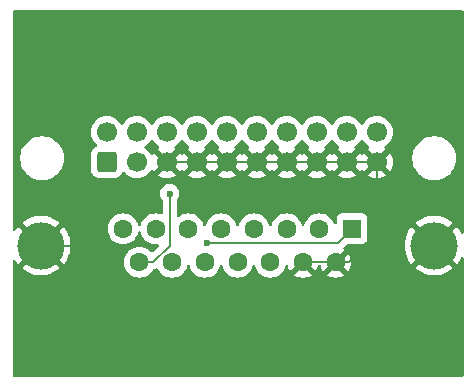
<source format=gbl>
G04 #@! TF.GenerationSoftware,KiCad,Pcbnew,8.0.5*
G04 #@! TF.CreationDate,2024-10-24T17:48:12+02:00*
G04 #@! TF.ProjectId,parallel_adapter,70617261-6c6c-4656-9c5f-616461707465,rev?*
G04 #@! TF.SameCoordinates,Original*
G04 #@! TF.FileFunction,Copper,L2,Bot*
G04 #@! TF.FilePolarity,Positive*
%FSLAX46Y46*%
G04 Gerber Fmt 4.6, Leading zero omitted, Abs format (unit mm)*
G04 Created by KiCad (PCBNEW 8.0.5) date 2024-10-24 17:48:12*
%MOMM*%
%LPD*%
G01*
G04 APERTURE LIST*
G04 Aperture macros list*
%AMRoundRect*
0 Rectangle with rounded corners*
0 $1 Rounding radius*
0 $2 $3 $4 $5 $6 $7 $8 $9 X,Y pos of 4 corners*
0 Add a 4 corners polygon primitive as box body*
4,1,4,$2,$3,$4,$5,$6,$7,$8,$9,$2,$3,0*
0 Add four circle primitives for the rounded corners*
1,1,$1+$1,$2,$3*
1,1,$1+$1,$4,$5*
1,1,$1+$1,$6,$7*
1,1,$1+$1,$8,$9*
0 Add four rect primitives between the rounded corners*
20,1,$1+$1,$2,$3,$4,$5,0*
20,1,$1+$1,$4,$5,$6,$7,0*
20,1,$1+$1,$6,$7,$8,$9,0*
20,1,$1+$1,$8,$9,$2,$3,0*%
G04 Aperture macros list end*
G04 #@! TA.AperFunction,ComponentPad*
%ADD10RoundRect,0.250000X0.600000X-0.600000X0.600000X0.600000X-0.600000X0.600000X-0.600000X-0.600000X0*%
G04 #@! TD*
G04 #@! TA.AperFunction,ComponentPad*
%ADD11C,1.700000*%
G04 #@! TD*
G04 #@! TA.AperFunction,ComponentPad*
%ADD12C,4.000000*%
G04 #@! TD*
G04 #@! TA.AperFunction,ComponentPad*
%ADD13R,1.600000X1.600000*%
G04 #@! TD*
G04 #@! TA.AperFunction,ComponentPad*
%ADD14C,1.600000*%
G04 #@! TD*
G04 #@! TA.AperFunction,ViaPad*
%ADD15C,0.600000*%
G04 #@! TD*
G04 #@! TA.AperFunction,Conductor*
%ADD16C,0.200000*%
G04 #@! TD*
G04 APERTURE END LIST*
D10*
X139080000Y-82540000D03*
D11*
X139080000Y-80000000D03*
X141620000Y-82540000D03*
X141620000Y-80000000D03*
X144160000Y-82540000D03*
X144160000Y-80000000D03*
X146700000Y-82540000D03*
X146700000Y-80000000D03*
X149240000Y-82540000D03*
X149240000Y-80000000D03*
X151780000Y-82540000D03*
X151780000Y-80000000D03*
X154320000Y-82540000D03*
X154320000Y-80000000D03*
X156860000Y-82540000D03*
X156860000Y-80000000D03*
X159400000Y-82540000D03*
X159400000Y-80000000D03*
X161940000Y-82540000D03*
X161940000Y-80000000D03*
D12*
X133500000Y-89600000D03*
X166800000Y-89600000D03*
D13*
X159845000Y-88180000D03*
D14*
X157075000Y-88180000D03*
X154305000Y-88180000D03*
X151535000Y-88180000D03*
X148765000Y-88180000D03*
X145995000Y-88180000D03*
X143225000Y-88180000D03*
X140455000Y-88180000D03*
X158460000Y-91020000D03*
X155690000Y-91020000D03*
X152920000Y-91020000D03*
X150150000Y-91020000D03*
X147380000Y-91020000D03*
X144610000Y-91020000D03*
X141840000Y-91020000D03*
D15*
X147600000Y-89400000D03*
X144400000Y-85200000D03*
D16*
X146700000Y-82540000D02*
X149240000Y-82540000D01*
X161940000Y-82540000D02*
X161940000Y-84740000D01*
X144160000Y-82540000D02*
X146700000Y-82540000D01*
X144160000Y-82540000D02*
X137100000Y-89600000D01*
X159591370Y-91020000D02*
X161940000Y-88671370D01*
X155690000Y-91020000D02*
X158460000Y-91020000D01*
X161940000Y-88671370D02*
X161940000Y-82540000D01*
X158460000Y-91020000D02*
X159591370Y-91020000D01*
X137100000Y-89600000D02*
X133500000Y-89600000D01*
X151780000Y-82540000D02*
X154320000Y-82540000D01*
X161940000Y-84740000D02*
X166800000Y-89600000D01*
X159400000Y-82540000D02*
X161940000Y-82540000D01*
X149240000Y-82540000D02*
X151780000Y-82540000D01*
X156860000Y-82540000D02*
X159400000Y-82540000D01*
X154320000Y-82540000D02*
X156860000Y-82540000D01*
X147600000Y-89400000D02*
X158625000Y-89400000D01*
X158625000Y-89400000D02*
X159845000Y-88180000D01*
X142980000Y-91020000D02*
X141840000Y-91020000D01*
X144400000Y-85200000D02*
X144400000Y-89600000D01*
X144400000Y-89600000D02*
X142980000Y-91020000D01*
G04 #@! TA.AperFunction,Conductor*
G36*
X145514855Y-80666546D02*
G01*
X145531575Y-80685842D01*
X145661500Y-80871395D01*
X145661505Y-80871401D01*
X145828599Y-81038495D01*
X146014158Y-81168425D01*
X146014594Y-81168730D01*
X146058218Y-81223307D01*
X146065411Y-81292806D01*
X146033889Y-81355160D01*
X146014593Y-81371880D01*
X145938626Y-81425072D01*
X145938625Y-81425072D01*
X146570590Y-82057037D01*
X146507007Y-82074075D01*
X146392993Y-82139901D01*
X146299901Y-82232993D01*
X146234075Y-82347007D01*
X146217037Y-82410590D01*
X145585072Y-81778625D01*
X145585072Y-81778626D01*
X145531574Y-81855030D01*
X145476998Y-81898655D01*
X145407499Y-81905849D01*
X145345144Y-81874326D01*
X145328424Y-81855030D01*
X145274925Y-81778626D01*
X145274925Y-81778625D01*
X144642962Y-82410589D01*
X144625925Y-82347007D01*
X144560099Y-82232993D01*
X144467007Y-82139901D01*
X144352993Y-82074075D01*
X144289410Y-82057037D01*
X144921373Y-81425073D01*
X144921373Y-81425072D01*
X144845405Y-81371880D01*
X144801780Y-81317304D01*
X144794586Y-81247805D01*
X144826108Y-81185451D01*
X144845399Y-81168734D01*
X145031401Y-81038495D01*
X145198495Y-80871401D01*
X145328425Y-80685842D01*
X145383002Y-80642217D01*
X145452500Y-80635023D01*
X145514855Y-80666546D01*
G37*
G04 #@! TD.AperFunction*
G04 #@! TA.AperFunction,Conductor*
G36*
X148054855Y-80666546D02*
G01*
X148071575Y-80685842D01*
X148201500Y-80871395D01*
X148201505Y-80871401D01*
X148368599Y-81038495D01*
X148554158Y-81168425D01*
X148554594Y-81168730D01*
X148598218Y-81223307D01*
X148605411Y-81292806D01*
X148573889Y-81355160D01*
X148554593Y-81371880D01*
X148478626Y-81425072D01*
X148478625Y-81425072D01*
X149110590Y-82057037D01*
X149047007Y-82074075D01*
X148932993Y-82139901D01*
X148839901Y-82232993D01*
X148774075Y-82347007D01*
X148757037Y-82410590D01*
X148125072Y-81778625D01*
X148125072Y-81778626D01*
X148071574Y-81855030D01*
X148016998Y-81898655D01*
X147947499Y-81905849D01*
X147885144Y-81874326D01*
X147868424Y-81855030D01*
X147814925Y-81778626D01*
X147814925Y-81778625D01*
X147182962Y-82410589D01*
X147165925Y-82347007D01*
X147100099Y-82232993D01*
X147007007Y-82139901D01*
X146892993Y-82074075D01*
X146829410Y-82057037D01*
X147461373Y-81425073D01*
X147461373Y-81425072D01*
X147385405Y-81371880D01*
X147341780Y-81317304D01*
X147334586Y-81247805D01*
X147366108Y-81185451D01*
X147385399Y-81168734D01*
X147571401Y-81038495D01*
X147738495Y-80871401D01*
X147868425Y-80685842D01*
X147923002Y-80642217D01*
X147992500Y-80635023D01*
X148054855Y-80666546D01*
G37*
G04 #@! TD.AperFunction*
G04 #@! TA.AperFunction,Conductor*
G36*
X153134855Y-80666546D02*
G01*
X153151575Y-80685842D01*
X153281500Y-80871395D01*
X153281505Y-80871401D01*
X153448599Y-81038495D01*
X153634158Y-81168425D01*
X153634594Y-81168730D01*
X153678218Y-81223307D01*
X153685411Y-81292806D01*
X153653889Y-81355160D01*
X153634593Y-81371880D01*
X153558626Y-81425072D01*
X153558625Y-81425072D01*
X154190590Y-82057037D01*
X154127007Y-82074075D01*
X154012993Y-82139901D01*
X153919901Y-82232993D01*
X153854075Y-82347007D01*
X153837037Y-82410590D01*
X153205072Y-81778625D01*
X153205072Y-81778626D01*
X153151574Y-81855030D01*
X153096998Y-81898655D01*
X153027499Y-81905849D01*
X152965144Y-81874326D01*
X152948424Y-81855030D01*
X152894925Y-81778626D01*
X152894925Y-81778625D01*
X152262962Y-82410589D01*
X152245925Y-82347007D01*
X152180099Y-82232993D01*
X152087007Y-82139901D01*
X151972993Y-82074075D01*
X151909410Y-82057037D01*
X152541373Y-81425073D01*
X152541373Y-81425072D01*
X152465405Y-81371880D01*
X152421780Y-81317304D01*
X152414586Y-81247805D01*
X152446108Y-81185451D01*
X152465399Y-81168734D01*
X152651401Y-81038495D01*
X152818495Y-80871401D01*
X152948425Y-80685842D01*
X153003002Y-80642217D01*
X153072500Y-80635023D01*
X153134855Y-80666546D01*
G37*
G04 #@! TD.AperFunction*
G04 #@! TA.AperFunction,Conductor*
G36*
X155674855Y-80666546D02*
G01*
X155691575Y-80685842D01*
X155821500Y-80871395D01*
X155821505Y-80871401D01*
X155988599Y-81038495D01*
X156174158Y-81168425D01*
X156174594Y-81168730D01*
X156218218Y-81223307D01*
X156225411Y-81292806D01*
X156193889Y-81355160D01*
X156174593Y-81371880D01*
X156098626Y-81425072D01*
X156098625Y-81425072D01*
X156730590Y-82057037D01*
X156667007Y-82074075D01*
X156552993Y-82139901D01*
X156459901Y-82232993D01*
X156394075Y-82347007D01*
X156377037Y-82410590D01*
X155745072Y-81778625D01*
X155745072Y-81778626D01*
X155691574Y-81855030D01*
X155636998Y-81898655D01*
X155567499Y-81905849D01*
X155505144Y-81874326D01*
X155488424Y-81855030D01*
X155434925Y-81778626D01*
X155434925Y-81778625D01*
X154802962Y-82410589D01*
X154785925Y-82347007D01*
X154720099Y-82232993D01*
X154627007Y-82139901D01*
X154512993Y-82074075D01*
X154449410Y-82057037D01*
X155081373Y-81425073D01*
X155081373Y-81425072D01*
X155005405Y-81371880D01*
X154961780Y-81317304D01*
X154954586Y-81247805D01*
X154986108Y-81185451D01*
X155005399Y-81168734D01*
X155191401Y-81038495D01*
X155358495Y-80871401D01*
X155488425Y-80685842D01*
X155543002Y-80642217D01*
X155612500Y-80635023D01*
X155674855Y-80666546D01*
G37*
G04 #@! TD.AperFunction*
G04 #@! TA.AperFunction,Conductor*
G36*
X160754855Y-80666546D02*
G01*
X160771575Y-80685842D01*
X160901500Y-80871395D01*
X160901505Y-80871401D01*
X161068599Y-81038495D01*
X161254158Y-81168425D01*
X161254594Y-81168730D01*
X161298218Y-81223307D01*
X161305411Y-81292806D01*
X161273889Y-81355160D01*
X161254593Y-81371880D01*
X161178626Y-81425072D01*
X161178625Y-81425072D01*
X161810590Y-82057037D01*
X161747007Y-82074075D01*
X161632993Y-82139901D01*
X161539901Y-82232993D01*
X161474075Y-82347007D01*
X161457037Y-82410590D01*
X160825072Y-81778625D01*
X160825072Y-81778626D01*
X160771574Y-81855030D01*
X160716998Y-81898655D01*
X160647499Y-81905849D01*
X160585144Y-81874326D01*
X160568424Y-81855030D01*
X160514925Y-81778626D01*
X160514925Y-81778625D01*
X159882962Y-82410589D01*
X159865925Y-82347007D01*
X159800099Y-82232993D01*
X159707007Y-82139901D01*
X159592993Y-82074075D01*
X159529410Y-82057037D01*
X160161373Y-81425073D01*
X160161373Y-81425072D01*
X160085405Y-81371880D01*
X160041780Y-81317304D01*
X160034586Y-81247805D01*
X160066108Y-81185451D01*
X160085399Y-81168734D01*
X160271401Y-81038495D01*
X160438495Y-80871401D01*
X160568425Y-80685842D01*
X160623002Y-80642217D01*
X160692500Y-80635023D01*
X160754855Y-80666546D01*
G37*
G04 #@! TD.AperFunction*
G04 #@! TA.AperFunction,Conductor*
G36*
X142974855Y-80666546D02*
G01*
X142991575Y-80685842D01*
X143121500Y-80871395D01*
X143121505Y-80871401D01*
X143288599Y-81038495D01*
X143474158Y-81168425D01*
X143474594Y-81168730D01*
X143518218Y-81223307D01*
X143525411Y-81292806D01*
X143493889Y-81355160D01*
X143474593Y-81371880D01*
X143398626Y-81425072D01*
X143398625Y-81425072D01*
X144030590Y-82057037D01*
X143967007Y-82074075D01*
X143852993Y-82139901D01*
X143759901Y-82232993D01*
X143694075Y-82347007D01*
X143677037Y-82410589D01*
X143045073Y-81778626D01*
X142991881Y-81854594D01*
X142937304Y-81898219D01*
X142867806Y-81905413D01*
X142805451Y-81873891D01*
X142788730Y-81854594D01*
X142658494Y-81668597D01*
X142491402Y-81501506D01*
X142491396Y-81501501D01*
X142305842Y-81371575D01*
X142262217Y-81316998D01*
X142255023Y-81247500D01*
X142286546Y-81185145D01*
X142305842Y-81168425D01*
X142433165Y-81079272D01*
X142491401Y-81038495D01*
X142658495Y-80871401D01*
X142788425Y-80685842D01*
X142843002Y-80642217D01*
X142912500Y-80635023D01*
X142974855Y-80666546D01*
G37*
G04 #@! TD.AperFunction*
G04 #@! TA.AperFunction,Conductor*
G36*
X150594855Y-80666546D02*
G01*
X150611575Y-80685842D01*
X150741500Y-80871395D01*
X150741505Y-80871401D01*
X150908599Y-81038495D01*
X151094158Y-81168425D01*
X151094594Y-81168730D01*
X151138218Y-81223307D01*
X151145411Y-81292806D01*
X151113889Y-81355160D01*
X151094593Y-81371880D01*
X151018626Y-81425072D01*
X151018625Y-81425072D01*
X151650590Y-82057037D01*
X151587007Y-82074075D01*
X151472993Y-82139901D01*
X151379901Y-82232993D01*
X151314075Y-82347007D01*
X151297037Y-82410589D01*
X150665073Y-81778625D01*
X150665072Y-81778626D01*
X150611574Y-81855030D01*
X150556998Y-81898655D01*
X150487499Y-81905849D01*
X150425144Y-81874326D01*
X150408424Y-81855030D01*
X150354925Y-81778626D01*
X150354925Y-81778625D01*
X149722962Y-82410589D01*
X149705925Y-82347007D01*
X149640099Y-82232993D01*
X149547007Y-82139901D01*
X149432993Y-82074075D01*
X149369410Y-82057037D01*
X150001373Y-81425073D01*
X150001373Y-81425072D01*
X149925405Y-81371880D01*
X149881780Y-81317304D01*
X149874586Y-81247805D01*
X149906108Y-81185451D01*
X149925399Y-81168734D01*
X150111401Y-81038495D01*
X150278495Y-80871401D01*
X150408425Y-80685842D01*
X150463002Y-80642217D01*
X150532500Y-80635023D01*
X150594855Y-80666546D01*
G37*
G04 #@! TD.AperFunction*
G04 #@! TA.AperFunction,Conductor*
G36*
X158214855Y-80666546D02*
G01*
X158231575Y-80685842D01*
X158361500Y-80871395D01*
X158361505Y-80871401D01*
X158528599Y-81038495D01*
X158714158Y-81168425D01*
X158714594Y-81168730D01*
X158758218Y-81223307D01*
X158765411Y-81292806D01*
X158733889Y-81355160D01*
X158714593Y-81371880D01*
X158638626Y-81425072D01*
X158638625Y-81425072D01*
X159270590Y-82057037D01*
X159207007Y-82074075D01*
X159092993Y-82139901D01*
X158999901Y-82232993D01*
X158934075Y-82347007D01*
X158917037Y-82410589D01*
X158285073Y-81778625D01*
X158285072Y-81778626D01*
X158231574Y-81855030D01*
X158176998Y-81898655D01*
X158107499Y-81905849D01*
X158045144Y-81874326D01*
X158028424Y-81855030D01*
X157974925Y-81778626D01*
X157974925Y-81778625D01*
X157342962Y-82410589D01*
X157325925Y-82347007D01*
X157260099Y-82232993D01*
X157167007Y-82139901D01*
X157052993Y-82074075D01*
X156989410Y-82057037D01*
X157621373Y-81425073D01*
X157621373Y-81425072D01*
X157545405Y-81371880D01*
X157501780Y-81317304D01*
X157494586Y-81247805D01*
X157526108Y-81185451D01*
X157545399Y-81168734D01*
X157731401Y-81038495D01*
X157898495Y-80871401D01*
X158028425Y-80685842D01*
X158083002Y-80642217D01*
X158152500Y-80635023D01*
X158214855Y-80666546D01*
G37*
G04 #@! TD.AperFunction*
G04 #@! TA.AperFunction,Conductor*
G36*
X169242539Y-69720185D02*
G01*
X169288294Y-69772989D01*
X169299500Y-69824500D01*
X169299500Y-88485377D01*
X169279815Y-88552416D01*
X169227011Y-88598171D01*
X169157853Y-88608115D01*
X169094297Y-88579090D01*
X169063302Y-88538174D01*
X168995100Y-88393238D01*
X168995096Y-88393232D01*
X168826542Y-88127632D01*
X168826539Y-88127628D01*
X168735712Y-88017838D01*
X168094250Y-88659300D01*
X168020412Y-88557670D01*
X167842330Y-88379588D01*
X167740698Y-88305748D01*
X168385027Y-87661419D01*
X168385026Y-87661417D01*
X168142227Y-87485014D01*
X168142209Y-87485003D01*
X167866552Y-87333459D01*
X167866544Y-87333455D01*
X167574073Y-87217659D01*
X167269379Y-87139426D01*
X167269370Y-87139424D01*
X166957298Y-87100000D01*
X166642701Y-87100000D01*
X166330629Y-87139424D01*
X166330620Y-87139426D01*
X166025926Y-87217659D01*
X165733455Y-87333455D01*
X165733447Y-87333459D01*
X165457787Y-87485004D01*
X165457782Y-87485007D01*
X165214972Y-87661418D01*
X165214971Y-87661419D01*
X165859301Y-88305748D01*
X165757670Y-88379588D01*
X165579588Y-88557670D01*
X165505748Y-88659300D01*
X164864286Y-88017838D01*
X164864285Y-88017838D01*
X164773459Y-88127629D01*
X164773457Y-88127632D01*
X164604903Y-88393232D01*
X164604900Y-88393238D01*
X164470965Y-88677862D01*
X164470963Y-88677867D01*
X164373755Y-88977041D01*
X164314808Y-89286050D01*
X164314807Y-89286057D01*
X164295057Y-89599994D01*
X164295057Y-89600005D01*
X164314807Y-89913942D01*
X164314808Y-89913949D01*
X164373755Y-90222958D01*
X164470963Y-90522132D01*
X164470965Y-90522137D01*
X164604900Y-90806761D01*
X164604903Y-90806767D01*
X164773457Y-91072367D01*
X164773460Y-91072371D01*
X164864286Y-91182160D01*
X165505748Y-90540698D01*
X165579588Y-90642330D01*
X165757670Y-90820412D01*
X165859300Y-90894250D01*
X165214971Y-91538579D01*
X165214972Y-91538581D01*
X165457772Y-91714985D01*
X165457790Y-91714996D01*
X165733447Y-91866540D01*
X165733455Y-91866544D01*
X166025926Y-91982340D01*
X166330620Y-92060573D01*
X166330629Y-92060575D01*
X166642701Y-92099999D01*
X166642715Y-92100000D01*
X166957285Y-92100000D01*
X166957298Y-92099999D01*
X167269370Y-92060575D01*
X167269379Y-92060573D01*
X167574073Y-91982340D01*
X167866544Y-91866544D01*
X167866552Y-91866540D01*
X168142209Y-91714996D01*
X168142219Y-91714990D01*
X168385026Y-91538579D01*
X168385027Y-91538579D01*
X167740698Y-90894251D01*
X167842330Y-90820412D01*
X168020412Y-90642330D01*
X168094251Y-90540698D01*
X168735712Y-91182160D01*
X168826544Y-91072364D01*
X168995096Y-90806767D01*
X168995099Y-90806761D01*
X169063302Y-90661825D01*
X169109657Y-90609547D01*
X169176917Y-90590630D01*
X169243727Y-90611079D01*
X169288876Y-90664403D01*
X169299500Y-90714622D01*
X169299500Y-100575500D01*
X169279815Y-100642539D01*
X169227011Y-100688294D01*
X169175500Y-100699500D01*
X131224500Y-100699500D01*
X131157461Y-100679815D01*
X131111706Y-100627011D01*
X131100500Y-100575500D01*
X131100500Y-90911490D01*
X131120185Y-90844451D01*
X131172989Y-90798696D01*
X131242147Y-90788752D01*
X131305703Y-90817777D01*
X131329197Y-90845048D01*
X131473457Y-91072367D01*
X131473460Y-91072371D01*
X131564286Y-91182160D01*
X132205748Y-90540698D01*
X132279588Y-90642330D01*
X132457670Y-90820412D01*
X132559300Y-90894250D01*
X131914971Y-91538579D01*
X131914972Y-91538581D01*
X132157772Y-91714985D01*
X132157790Y-91714996D01*
X132433447Y-91866540D01*
X132433455Y-91866544D01*
X132725926Y-91982340D01*
X133030620Y-92060573D01*
X133030629Y-92060575D01*
X133342701Y-92099999D01*
X133342715Y-92100000D01*
X133657285Y-92100000D01*
X133657298Y-92099999D01*
X133969370Y-92060575D01*
X133969379Y-92060573D01*
X134274073Y-91982340D01*
X134566544Y-91866544D01*
X134566552Y-91866540D01*
X134842209Y-91714996D01*
X134842219Y-91714990D01*
X135085026Y-91538579D01*
X135085027Y-91538579D01*
X134440698Y-90894251D01*
X134542330Y-90820412D01*
X134720412Y-90642330D01*
X134794251Y-90540698D01*
X135435712Y-91182160D01*
X135526544Y-91072364D01*
X135695096Y-90806767D01*
X135695099Y-90806761D01*
X135829034Y-90522137D01*
X135829036Y-90522132D01*
X135926244Y-90222958D01*
X135985191Y-89913949D01*
X135985192Y-89913942D01*
X136004943Y-89600005D01*
X136004943Y-89599994D01*
X135985192Y-89286057D01*
X135985191Y-89286050D01*
X135926244Y-88977041D01*
X135829036Y-88677867D01*
X135829034Y-88677862D01*
X135695099Y-88393238D01*
X135695096Y-88393232D01*
X135559774Y-88179998D01*
X139149532Y-88179998D01*
X139149532Y-88180001D01*
X139169364Y-88406686D01*
X139169366Y-88406697D01*
X139228258Y-88626488D01*
X139228261Y-88626497D01*
X139324431Y-88832732D01*
X139324432Y-88832734D01*
X139454954Y-89019141D01*
X139615858Y-89180045D01*
X139615861Y-89180047D01*
X139802266Y-89310568D01*
X140008504Y-89406739D01*
X140228308Y-89465635D01*
X140390230Y-89479801D01*
X140454998Y-89485468D01*
X140455000Y-89485468D01*
X140455002Y-89485468D01*
X140511807Y-89480498D01*
X140681692Y-89465635D01*
X140901496Y-89406739D01*
X141107734Y-89310568D01*
X141294139Y-89180047D01*
X141455047Y-89019139D01*
X141585568Y-88832734D01*
X141681739Y-88626496D01*
X141720225Y-88482862D01*
X141756590Y-88423202D01*
X141819437Y-88392673D01*
X141888812Y-88400968D01*
X141942690Y-88445453D01*
X141959774Y-88482862D01*
X141965429Y-88503966D01*
X141998258Y-88626488D01*
X141998261Y-88626497D01*
X142094431Y-88832732D01*
X142094432Y-88832734D01*
X142224954Y-89019141D01*
X142385858Y-89180045D01*
X142385861Y-89180047D01*
X142572266Y-89310568D01*
X142778504Y-89406739D01*
X142998308Y-89465635D01*
X143160230Y-89479801D01*
X143224998Y-89485468D01*
X143225000Y-89485468D01*
X143225001Y-89485468D01*
X143249403Y-89483333D01*
X143368122Y-89472946D01*
X143436620Y-89486712D01*
X143486803Y-89535327D01*
X143502737Y-89603356D01*
X143479362Y-89669200D01*
X143466609Y-89684155D01*
X142992656Y-90158107D01*
X142931333Y-90191592D01*
X142861641Y-90186608D01*
X142817294Y-90158107D01*
X142679141Y-90019954D01*
X142492734Y-89889432D01*
X142492732Y-89889431D01*
X142286497Y-89793261D01*
X142286488Y-89793258D01*
X142066697Y-89734366D01*
X142066693Y-89734365D01*
X142066692Y-89734365D01*
X142066691Y-89734364D01*
X142066686Y-89734364D01*
X141840002Y-89714532D01*
X141839998Y-89714532D01*
X141613313Y-89734364D01*
X141613302Y-89734366D01*
X141393511Y-89793258D01*
X141393502Y-89793261D01*
X141187267Y-89889431D01*
X141187265Y-89889432D01*
X141000858Y-90019954D01*
X140839954Y-90180858D01*
X140709432Y-90367265D01*
X140709431Y-90367267D01*
X140613261Y-90573502D01*
X140613258Y-90573511D01*
X140554366Y-90793302D01*
X140554364Y-90793313D01*
X140534532Y-91019998D01*
X140534532Y-91020001D01*
X140554364Y-91246686D01*
X140554366Y-91246697D01*
X140613258Y-91466488D01*
X140613261Y-91466497D01*
X140709431Y-91672732D01*
X140709432Y-91672734D01*
X140839954Y-91859141D01*
X141000858Y-92020045D01*
X141000861Y-92020047D01*
X141187266Y-92150568D01*
X141393504Y-92246739D01*
X141613308Y-92305635D01*
X141775230Y-92319801D01*
X141839998Y-92325468D01*
X141840000Y-92325468D01*
X141840002Y-92325468D01*
X141896673Y-92320509D01*
X142066692Y-92305635D01*
X142286496Y-92246739D01*
X142492734Y-92150568D01*
X142679139Y-92020047D01*
X142840047Y-91859139D01*
X142970568Y-91672734D01*
X142970573Y-91672724D01*
X143025150Y-91629099D01*
X143055964Y-91620908D01*
X143059053Y-91620501D01*
X143059057Y-91620501D01*
X143211785Y-91579577D01*
X143261904Y-91550639D01*
X143271238Y-91545249D01*
X143339133Y-91528775D01*
X143405161Y-91551624D01*
X143445622Y-91600229D01*
X143479432Y-91672734D01*
X143479433Y-91672735D01*
X143609954Y-91859141D01*
X143770858Y-92020045D01*
X143770861Y-92020047D01*
X143957266Y-92150568D01*
X144163504Y-92246739D01*
X144383308Y-92305635D01*
X144545230Y-92319801D01*
X144609998Y-92325468D01*
X144610000Y-92325468D01*
X144610002Y-92325468D01*
X144666673Y-92320509D01*
X144836692Y-92305635D01*
X145056496Y-92246739D01*
X145262734Y-92150568D01*
X145449139Y-92020047D01*
X145610047Y-91859139D01*
X145740568Y-91672734D01*
X145836739Y-91466496D01*
X145875225Y-91322862D01*
X145911590Y-91263202D01*
X145974437Y-91232673D01*
X146043812Y-91240968D01*
X146097690Y-91285453D01*
X146114775Y-91322863D01*
X146153258Y-91466488D01*
X146153261Y-91466497D01*
X146249431Y-91672732D01*
X146249432Y-91672734D01*
X146379954Y-91859141D01*
X146540858Y-92020045D01*
X146540861Y-92020047D01*
X146727266Y-92150568D01*
X146933504Y-92246739D01*
X147153308Y-92305635D01*
X147315230Y-92319801D01*
X147379998Y-92325468D01*
X147380000Y-92325468D01*
X147380002Y-92325468D01*
X147436673Y-92320509D01*
X147606692Y-92305635D01*
X147826496Y-92246739D01*
X148032734Y-92150568D01*
X148219139Y-92020047D01*
X148380047Y-91859139D01*
X148510568Y-91672734D01*
X148606739Y-91466496D01*
X148645225Y-91322862D01*
X148681590Y-91263202D01*
X148744437Y-91232673D01*
X148813812Y-91240968D01*
X148867690Y-91285453D01*
X148884775Y-91322863D01*
X148923258Y-91466488D01*
X148923261Y-91466497D01*
X149019431Y-91672732D01*
X149019432Y-91672734D01*
X149149954Y-91859141D01*
X149310858Y-92020045D01*
X149310861Y-92020047D01*
X149497266Y-92150568D01*
X149703504Y-92246739D01*
X149923308Y-92305635D01*
X150085230Y-92319801D01*
X150149998Y-92325468D01*
X150150000Y-92325468D01*
X150150002Y-92325468D01*
X150206673Y-92320509D01*
X150376692Y-92305635D01*
X150596496Y-92246739D01*
X150802734Y-92150568D01*
X150989139Y-92020047D01*
X151150047Y-91859139D01*
X151280568Y-91672734D01*
X151376739Y-91466496D01*
X151415225Y-91322862D01*
X151451590Y-91263202D01*
X151514437Y-91232673D01*
X151583812Y-91240968D01*
X151637690Y-91285453D01*
X151654775Y-91322863D01*
X151693258Y-91466488D01*
X151693261Y-91466497D01*
X151789431Y-91672732D01*
X151789432Y-91672734D01*
X151919954Y-91859141D01*
X152080858Y-92020045D01*
X152080861Y-92020047D01*
X152267266Y-92150568D01*
X152473504Y-92246739D01*
X152693308Y-92305635D01*
X152855230Y-92319801D01*
X152919998Y-92325468D01*
X152920000Y-92325468D01*
X152920002Y-92325468D01*
X152976673Y-92320509D01*
X153146692Y-92305635D01*
X153366496Y-92246739D01*
X153572734Y-92150568D01*
X153759139Y-92020047D01*
X153920047Y-91859139D01*
X154050568Y-91672734D01*
X154146739Y-91466496D01*
X154185484Y-91321895D01*
X154221847Y-91262238D01*
X154284694Y-91231708D01*
X154354070Y-91240002D01*
X154407948Y-91284487D01*
X154425033Y-91321897D01*
X154463731Y-91466319D01*
X154463735Y-91466331D01*
X154559863Y-91672478D01*
X154610974Y-91745472D01*
X155207037Y-91149409D01*
X155224075Y-91212993D01*
X155289901Y-91327007D01*
X155382993Y-91420099D01*
X155497007Y-91485925D01*
X155560590Y-91502962D01*
X154964526Y-92099025D01*
X155037513Y-92150132D01*
X155037521Y-92150136D01*
X155243668Y-92246264D01*
X155243682Y-92246269D01*
X155463389Y-92305139D01*
X155463400Y-92305141D01*
X155689998Y-92324966D01*
X155690002Y-92324966D01*
X155916599Y-92305141D01*
X155916610Y-92305139D01*
X156136317Y-92246269D01*
X156136331Y-92246264D01*
X156342478Y-92150136D01*
X156415471Y-92099024D01*
X155819409Y-91502962D01*
X155882993Y-91485925D01*
X155997007Y-91420099D01*
X156090099Y-91327007D01*
X156155925Y-91212993D01*
X156172962Y-91149409D01*
X156769024Y-91745471D01*
X156820136Y-91672478D01*
X156916264Y-91466331D01*
X156916269Y-91466317D01*
X156955225Y-91320932D01*
X156991590Y-91261271D01*
X157054437Y-91230742D01*
X157123812Y-91239037D01*
X157177690Y-91283522D01*
X157194775Y-91320932D01*
X157233730Y-91466317D01*
X157233735Y-91466331D01*
X157329863Y-91672478D01*
X157380974Y-91745472D01*
X157977037Y-91149408D01*
X157994075Y-91212993D01*
X158059901Y-91327007D01*
X158152993Y-91420099D01*
X158267007Y-91485925D01*
X158330590Y-91502962D01*
X157734526Y-92099025D01*
X157807513Y-92150132D01*
X157807521Y-92150136D01*
X158013668Y-92246264D01*
X158013682Y-92246269D01*
X158233389Y-92305139D01*
X158233400Y-92305141D01*
X158459998Y-92324966D01*
X158460002Y-92324966D01*
X158686599Y-92305141D01*
X158686610Y-92305139D01*
X158906317Y-92246269D01*
X158906331Y-92246264D01*
X159112478Y-92150136D01*
X159185471Y-92099024D01*
X158589409Y-91502962D01*
X158652993Y-91485925D01*
X158767007Y-91420099D01*
X158860099Y-91327007D01*
X158925925Y-91212993D01*
X158942962Y-91149409D01*
X159539024Y-91745471D01*
X159590136Y-91672478D01*
X159686264Y-91466331D01*
X159686269Y-91466317D01*
X159745139Y-91246610D01*
X159745141Y-91246599D01*
X159764966Y-91020002D01*
X159764966Y-91019997D01*
X159745141Y-90793400D01*
X159745139Y-90793389D01*
X159686269Y-90573682D01*
X159686264Y-90573668D01*
X159590136Y-90367521D01*
X159590132Y-90367513D01*
X159539025Y-90294526D01*
X158942962Y-90890589D01*
X158925925Y-90827007D01*
X158860099Y-90712993D01*
X158767007Y-90619901D01*
X158652993Y-90554075D01*
X158589408Y-90537037D01*
X159185472Y-89940974D01*
X159158181Y-89921865D01*
X159114556Y-89867288D01*
X159107364Y-89797789D01*
X159138886Y-89735435D01*
X159141592Y-89732641D01*
X159357416Y-89516818D01*
X159418739Y-89483333D01*
X159445097Y-89480499D01*
X160692871Y-89480499D01*
X160692872Y-89480499D01*
X160752483Y-89474091D01*
X160887331Y-89423796D01*
X161002546Y-89337546D01*
X161088796Y-89222331D01*
X161139091Y-89087483D01*
X161145500Y-89027873D01*
X161145499Y-87332128D01*
X161139091Y-87272517D01*
X161118630Y-87217659D01*
X161088797Y-87137671D01*
X161088793Y-87137664D01*
X161002547Y-87022455D01*
X161002544Y-87022452D01*
X160887335Y-86936206D01*
X160887328Y-86936202D01*
X160752482Y-86885908D01*
X160752483Y-86885908D01*
X160692883Y-86879501D01*
X160692881Y-86879500D01*
X160692873Y-86879500D01*
X160692864Y-86879500D01*
X158997129Y-86879500D01*
X158997123Y-86879501D01*
X158937516Y-86885908D01*
X158802671Y-86936202D01*
X158802664Y-86936206D01*
X158687455Y-87022452D01*
X158687452Y-87022455D01*
X158601206Y-87137664D01*
X158601202Y-87137671D01*
X158550908Y-87272517D01*
X158544501Y-87332116D01*
X158544501Y-87332123D01*
X158544500Y-87332135D01*
X158544500Y-87697625D01*
X158524815Y-87764664D01*
X158472011Y-87810419D01*
X158402853Y-87820363D01*
X158339297Y-87791338D01*
X158305060Y-87738063D01*
X158303593Y-87738598D01*
X158301738Y-87733502D01*
X158268125Y-87661419D01*
X158205568Y-87527266D01*
X158075047Y-87340861D01*
X158075045Y-87340858D01*
X157914141Y-87179954D01*
X157727734Y-87049432D01*
X157727732Y-87049431D01*
X157521497Y-86953261D01*
X157521488Y-86953258D01*
X157301697Y-86894366D01*
X157301693Y-86894365D01*
X157301692Y-86894365D01*
X157301691Y-86894364D01*
X157301686Y-86894364D01*
X157075002Y-86874532D01*
X157074998Y-86874532D01*
X156848313Y-86894364D01*
X156848302Y-86894366D01*
X156628511Y-86953258D01*
X156628502Y-86953261D01*
X156422267Y-87049431D01*
X156422265Y-87049432D01*
X156235858Y-87179954D01*
X156074954Y-87340858D01*
X155944432Y-87527265D01*
X155944431Y-87527267D01*
X155848261Y-87733502D01*
X155848258Y-87733511D01*
X155809775Y-87877136D01*
X155773410Y-87936797D01*
X155710563Y-87967326D01*
X155641188Y-87959031D01*
X155587310Y-87914546D01*
X155570225Y-87877136D01*
X155531741Y-87733511D01*
X155531738Y-87733502D01*
X155498125Y-87661419D01*
X155435568Y-87527266D01*
X155305047Y-87340861D01*
X155305045Y-87340858D01*
X155144141Y-87179954D01*
X154957734Y-87049432D01*
X154957732Y-87049431D01*
X154751497Y-86953261D01*
X154751488Y-86953258D01*
X154531697Y-86894366D01*
X154531693Y-86894365D01*
X154531692Y-86894365D01*
X154531691Y-86894364D01*
X154531686Y-86894364D01*
X154305002Y-86874532D01*
X154304998Y-86874532D01*
X154078313Y-86894364D01*
X154078302Y-86894366D01*
X153858511Y-86953258D01*
X153858502Y-86953261D01*
X153652267Y-87049431D01*
X153652265Y-87049432D01*
X153465858Y-87179954D01*
X153304954Y-87340858D01*
X153174432Y-87527265D01*
X153174431Y-87527267D01*
X153078261Y-87733502D01*
X153078258Y-87733511D01*
X153039775Y-87877136D01*
X153003410Y-87936797D01*
X152940563Y-87967326D01*
X152871188Y-87959031D01*
X152817310Y-87914546D01*
X152800225Y-87877136D01*
X152761741Y-87733511D01*
X152761738Y-87733502D01*
X152728125Y-87661419D01*
X152665568Y-87527266D01*
X152535047Y-87340861D01*
X152535045Y-87340858D01*
X152374141Y-87179954D01*
X152187734Y-87049432D01*
X152187732Y-87049431D01*
X151981497Y-86953261D01*
X151981488Y-86953258D01*
X151761697Y-86894366D01*
X151761693Y-86894365D01*
X151761692Y-86894365D01*
X151761691Y-86894364D01*
X151761686Y-86894364D01*
X151535002Y-86874532D01*
X151534998Y-86874532D01*
X151308313Y-86894364D01*
X151308302Y-86894366D01*
X151088511Y-86953258D01*
X151088502Y-86953261D01*
X150882267Y-87049431D01*
X150882265Y-87049432D01*
X150695858Y-87179954D01*
X150534954Y-87340858D01*
X150404432Y-87527265D01*
X150404431Y-87527267D01*
X150308261Y-87733502D01*
X150308258Y-87733511D01*
X150269775Y-87877136D01*
X150233410Y-87936797D01*
X150170563Y-87967326D01*
X150101188Y-87959031D01*
X150047310Y-87914546D01*
X150030225Y-87877136D01*
X149991741Y-87733511D01*
X149991738Y-87733502D01*
X149958125Y-87661419D01*
X149895568Y-87527266D01*
X149765047Y-87340861D01*
X149765045Y-87340858D01*
X149604141Y-87179954D01*
X149417734Y-87049432D01*
X149417732Y-87049431D01*
X149211497Y-86953261D01*
X149211488Y-86953258D01*
X148991697Y-86894366D01*
X148991693Y-86894365D01*
X148991692Y-86894365D01*
X148991691Y-86894364D01*
X148991686Y-86894364D01*
X148765002Y-86874532D01*
X148764998Y-86874532D01*
X148538313Y-86894364D01*
X148538302Y-86894366D01*
X148318511Y-86953258D01*
X148318502Y-86953261D01*
X148112267Y-87049431D01*
X148112265Y-87049432D01*
X147925858Y-87179954D01*
X147764954Y-87340858D01*
X147634432Y-87527265D01*
X147634431Y-87527267D01*
X147538261Y-87733502D01*
X147538258Y-87733511D01*
X147499775Y-87877136D01*
X147463410Y-87936797D01*
X147400563Y-87967326D01*
X147331188Y-87959031D01*
X147277310Y-87914546D01*
X147260225Y-87877136D01*
X147221741Y-87733511D01*
X147221738Y-87733502D01*
X147188125Y-87661419D01*
X147125568Y-87527266D01*
X146995047Y-87340861D01*
X146995045Y-87340858D01*
X146834141Y-87179954D01*
X146647734Y-87049432D01*
X146647732Y-87049431D01*
X146441497Y-86953261D01*
X146441488Y-86953258D01*
X146221697Y-86894366D01*
X146221693Y-86894365D01*
X146221692Y-86894365D01*
X146221691Y-86894364D01*
X146221686Y-86894364D01*
X145995002Y-86874532D01*
X145994998Y-86874532D01*
X145768313Y-86894364D01*
X145768302Y-86894366D01*
X145548511Y-86953258D01*
X145548502Y-86953261D01*
X145342267Y-87049431D01*
X145342265Y-87049432D01*
X145195623Y-87152111D01*
X145129416Y-87174439D01*
X145061649Y-87157427D01*
X145013837Y-87106479D01*
X145000500Y-87050536D01*
X145000500Y-85782412D01*
X145020185Y-85715373D01*
X145027555Y-85705097D01*
X145029810Y-85702267D01*
X145029816Y-85702262D01*
X145125789Y-85549522D01*
X145185368Y-85379255D01*
X145205565Y-85200000D01*
X145185368Y-85020745D01*
X145125789Y-84850478D01*
X145029816Y-84697738D01*
X144902262Y-84570184D01*
X144749523Y-84474211D01*
X144579254Y-84414631D01*
X144579249Y-84414630D01*
X144400004Y-84394435D01*
X144399996Y-84394435D01*
X144220750Y-84414630D01*
X144220745Y-84414631D01*
X144050476Y-84474211D01*
X143897737Y-84570184D01*
X143770184Y-84697737D01*
X143674211Y-84850476D01*
X143614631Y-85020745D01*
X143614630Y-85020750D01*
X143594435Y-85199996D01*
X143594435Y-85200003D01*
X143614630Y-85379249D01*
X143614631Y-85379254D01*
X143674211Y-85549523D01*
X143770185Y-85702263D01*
X143772445Y-85705097D01*
X143773334Y-85707275D01*
X143773889Y-85708158D01*
X143773734Y-85708255D01*
X143798855Y-85769783D01*
X143799500Y-85782412D01*
X143799500Y-86825959D01*
X143779815Y-86892998D01*
X143727011Y-86938753D01*
X143657853Y-86948697D01*
X143643407Y-86945734D01*
X143451697Y-86894366D01*
X143451693Y-86894365D01*
X143451692Y-86894365D01*
X143451691Y-86894364D01*
X143451686Y-86894364D01*
X143225002Y-86874532D01*
X143224998Y-86874532D01*
X142998313Y-86894364D01*
X142998302Y-86894366D01*
X142778511Y-86953258D01*
X142778502Y-86953261D01*
X142572267Y-87049431D01*
X142572265Y-87049432D01*
X142385858Y-87179954D01*
X142224954Y-87340858D01*
X142094432Y-87527265D01*
X142094431Y-87527267D01*
X141998261Y-87733502D01*
X141998258Y-87733511D01*
X141959775Y-87877136D01*
X141923410Y-87936797D01*
X141860563Y-87967326D01*
X141791188Y-87959031D01*
X141737310Y-87914546D01*
X141720225Y-87877136D01*
X141681741Y-87733511D01*
X141681738Y-87733502D01*
X141648125Y-87661419D01*
X141585568Y-87527266D01*
X141455047Y-87340861D01*
X141455045Y-87340858D01*
X141294141Y-87179954D01*
X141107734Y-87049432D01*
X141107732Y-87049431D01*
X140901497Y-86953261D01*
X140901488Y-86953258D01*
X140681697Y-86894366D01*
X140681693Y-86894365D01*
X140681692Y-86894365D01*
X140681691Y-86894364D01*
X140681686Y-86894364D01*
X140455002Y-86874532D01*
X140454998Y-86874532D01*
X140228313Y-86894364D01*
X140228302Y-86894366D01*
X140008511Y-86953258D01*
X140008502Y-86953261D01*
X139802267Y-87049431D01*
X139802265Y-87049432D01*
X139615858Y-87179954D01*
X139454954Y-87340858D01*
X139324432Y-87527265D01*
X139324431Y-87527267D01*
X139228261Y-87733502D01*
X139228258Y-87733511D01*
X139169366Y-87953302D01*
X139169364Y-87953313D01*
X139149532Y-88179998D01*
X135559774Y-88179998D01*
X135526542Y-88127632D01*
X135526539Y-88127628D01*
X135435712Y-88017838D01*
X134794250Y-88659300D01*
X134720412Y-88557670D01*
X134542330Y-88379588D01*
X134440698Y-88305748D01*
X135085027Y-87661419D01*
X135085026Y-87661417D01*
X134842227Y-87485014D01*
X134842209Y-87485003D01*
X134566552Y-87333459D01*
X134566544Y-87333455D01*
X134274073Y-87217659D01*
X133969379Y-87139426D01*
X133969370Y-87139424D01*
X133657298Y-87100000D01*
X133342701Y-87100000D01*
X133030629Y-87139424D01*
X133030620Y-87139426D01*
X132725926Y-87217659D01*
X132433455Y-87333455D01*
X132433447Y-87333459D01*
X132157787Y-87485004D01*
X132157782Y-87485007D01*
X131914972Y-87661418D01*
X131914971Y-87661419D01*
X132559301Y-88305748D01*
X132457670Y-88379588D01*
X132279588Y-88557670D01*
X132205748Y-88659300D01*
X131564286Y-88017838D01*
X131564285Y-88017838D01*
X131473459Y-88127629D01*
X131473457Y-88127632D01*
X131329197Y-88354951D01*
X131276655Y-88401007D01*
X131207554Y-88411346D01*
X131143834Y-88382684D01*
X131105724Y-88324123D01*
X131100500Y-88288509D01*
X131100500Y-82078711D01*
X131749500Y-82078711D01*
X131749500Y-82321288D01*
X131781161Y-82561785D01*
X131843947Y-82796104D01*
X131929850Y-83003492D01*
X131936776Y-83020212D01*
X132058064Y-83230289D01*
X132058066Y-83230292D01*
X132058067Y-83230293D01*
X132205733Y-83422736D01*
X132205739Y-83422743D01*
X132377256Y-83594260D01*
X132377262Y-83594265D01*
X132569711Y-83741936D01*
X132779788Y-83863224D01*
X133003900Y-83956054D01*
X133238211Y-84018838D01*
X133418586Y-84042584D01*
X133478711Y-84050500D01*
X133478712Y-84050500D01*
X133721289Y-84050500D01*
X133769388Y-84044167D01*
X133961789Y-84018838D01*
X134196100Y-83956054D01*
X134420212Y-83863224D01*
X134630289Y-83741936D01*
X134822738Y-83594265D01*
X134994265Y-83422738D01*
X135141936Y-83230289D01*
X135263224Y-83020212D01*
X135356054Y-82796100D01*
X135418838Y-82561789D01*
X135450500Y-82321288D01*
X135450500Y-82078712D01*
X135418838Y-81838211D01*
X135356054Y-81603900D01*
X135263224Y-81379788D01*
X135141936Y-81169711D01*
X134994265Y-80977262D01*
X134994260Y-80977256D01*
X134822743Y-80805739D01*
X134822736Y-80805733D01*
X134630293Y-80658067D01*
X134630292Y-80658066D01*
X134630289Y-80658064D01*
X134420212Y-80536776D01*
X134420205Y-80536773D01*
X134196104Y-80443947D01*
X133961785Y-80381161D01*
X133721289Y-80349500D01*
X133721288Y-80349500D01*
X133478712Y-80349500D01*
X133478711Y-80349500D01*
X133238214Y-80381161D01*
X133003895Y-80443947D01*
X132779794Y-80536773D01*
X132779785Y-80536777D01*
X132569706Y-80658067D01*
X132377263Y-80805733D01*
X132377256Y-80805739D01*
X132205739Y-80977256D01*
X132205733Y-80977263D01*
X132058067Y-81169706D01*
X131936777Y-81379785D01*
X131936773Y-81379794D01*
X131843947Y-81603895D01*
X131781161Y-81838214D01*
X131749500Y-82078711D01*
X131100500Y-82078711D01*
X131100500Y-79999999D01*
X137724341Y-79999999D01*
X137724341Y-80000000D01*
X137744936Y-80235403D01*
X137744938Y-80235413D01*
X137806094Y-80463655D01*
X137806096Y-80463659D01*
X137806097Y-80463663D01*
X137840191Y-80536777D01*
X137905965Y-80677830D01*
X137905967Y-80677834D01*
X137995524Y-80805733D01*
X138041505Y-80871401D01*
X138208599Y-81038495D01*
X138208604Y-81038499D01*
X138209968Y-81039643D01*
X138210407Y-81040303D01*
X138212427Y-81042323D01*
X138212021Y-81042728D01*
X138248669Y-81097815D01*
X138249776Y-81167676D01*
X138212937Y-81227046D01*
X138169267Y-81252336D01*
X138160669Y-81255184D01*
X138160663Y-81255187D01*
X138011342Y-81347289D01*
X137887289Y-81471342D01*
X137795187Y-81620663D01*
X137795185Y-81620668D01*
X137778701Y-81670414D01*
X137740001Y-81787203D01*
X137740001Y-81787204D01*
X137740000Y-81787204D01*
X137729500Y-81889983D01*
X137729500Y-83190001D01*
X137729501Y-83190018D01*
X137740000Y-83292796D01*
X137740001Y-83292799D01*
X137783059Y-83422738D01*
X137795186Y-83459334D01*
X137887288Y-83608656D01*
X138011344Y-83732712D01*
X138160666Y-83824814D01*
X138327203Y-83879999D01*
X138429991Y-83890500D01*
X139730008Y-83890499D01*
X139832797Y-83879999D01*
X139999334Y-83824814D01*
X140148656Y-83732712D01*
X140272712Y-83608656D01*
X140364814Y-83459334D01*
X140367662Y-83450738D01*
X140407429Y-83393294D01*
X140471944Y-83366468D01*
X140540720Y-83378779D01*
X140577483Y-83407766D01*
X140577677Y-83407573D01*
X140579313Y-83409209D01*
X140580354Y-83410030D01*
X140581501Y-83411397D01*
X140581505Y-83411401D01*
X140748599Y-83578495D01*
X140791675Y-83608657D01*
X140942165Y-83714032D01*
X140942167Y-83714033D01*
X140942170Y-83714035D01*
X141156337Y-83813903D01*
X141384592Y-83875063D01*
X141561034Y-83890500D01*
X141619999Y-83895659D01*
X141620000Y-83895659D01*
X141620001Y-83895659D01*
X141678966Y-83890500D01*
X141855408Y-83875063D01*
X142083663Y-83813903D01*
X142297830Y-83714035D01*
X142491401Y-83578495D01*
X142658495Y-83411401D01*
X142788732Y-83225403D01*
X142843307Y-83181780D01*
X142912805Y-83174586D01*
X142975160Y-83206109D01*
X142991880Y-83225405D01*
X143045073Y-83301373D01*
X143677037Y-82669409D01*
X143694075Y-82732993D01*
X143759901Y-82847007D01*
X143852993Y-82940099D01*
X143967007Y-83005925D01*
X144030590Y-83022962D01*
X143398625Y-83654925D01*
X143482421Y-83713599D01*
X143696507Y-83813429D01*
X143696516Y-83813433D01*
X143924673Y-83874567D01*
X143924684Y-83874569D01*
X144159998Y-83895157D01*
X144160002Y-83895157D01*
X144395315Y-83874569D01*
X144395326Y-83874567D01*
X144623483Y-83813433D01*
X144623492Y-83813429D01*
X144837578Y-83713600D01*
X144837582Y-83713598D01*
X144921373Y-83654926D01*
X144921373Y-83654925D01*
X144289409Y-83022962D01*
X144352993Y-83005925D01*
X144467007Y-82940099D01*
X144560099Y-82847007D01*
X144625925Y-82732993D01*
X144642962Y-82669410D01*
X145274925Y-83301373D01*
X145328425Y-83224968D01*
X145383002Y-83181344D01*
X145452501Y-83174151D01*
X145514855Y-83205673D01*
X145531576Y-83224969D01*
X145585073Y-83301372D01*
X146217037Y-82669409D01*
X146234075Y-82732993D01*
X146299901Y-82847007D01*
X146392993Y-82940099D01*
X146507007Y-83005925D01*
X146570590Y-83022962D01*
X145938625Y-83654925D01*
X146022421Y-83713599D01*
X146236507Y-83813429D01*
X146236516Y-83813433D01*
X146464673Y-83874567D01*
X146464684Y-83874569D01*
X146699998Y-83895157D01*
X146700002Y-83895157D01*
X146935315Y-83874569D01*
X146935326Y-83874567D01*
X147163483Y-83813433D01*
X147163492Y-83813429D01*
X147377578Y-83713600D01*
X147377582Y-83713598D01*
X147461373Y-83654926D01*
X147461373Y-83654925D01*
X146829409Y-83022962D01*
X146892993Y-83005925D01*
X147007007Y-82940099D01*
X147100099Y-82847007D01*
X147165925Y-82732993D01*
X147182962Y-82669410D01*
X147814925Y-83301373D01*
X147868425Y-83224968D01*
X147923002Y-83181344D01*
X147992501Y-83174151D01*
X148054855Y-83205673D01*
X148071576Y-83224969D01*
X148125073Y-83301372D01*
X148757037Y-82669409D01*
X148774075Y-82732993D01*
X148839901Y-82847007D01*
X148932993Y-82940099D01*
X149047007Y-83005925D01*
X149110590Y-83022962D01*
X148478625Y-83654925D01*
X148562421Y-83713599D01*
X148776507Y-83813429D01*
X148776516Y-83813433D01*
X149004673Y-83874567D01*
X149004684Y-83874569D01*
X149239998Y-83895157D01*
X149240002Y-83895157D01*
X149475315Y-83874569D01*
X149475326Y-83874567D01*
X149703483Y-83813433D01*
X149703492Y-83813429D01*
X149917578Y-83713600D01*
X149917582Y-83713598D01*
X150001373Y-83654926D01*
X150001373Y-83654925D01*
X149369409Y-83022962D01*
X149432993Y-83005925D01*
X149547007Y-82940099D01*
X149640099Y-82847007D01*
X149705925Y-82732993D01*
X149722962Y-82669410D01*
X150354925Y-83301373D01*
X150408425Y-83224968D01*
X150463002Y-83181344D01*
X150532501Y-83174151D01*
X150594855Y-83205673D01*
X150611576Y-83224969D01*
X150665073Y-83301372D01*
X151297037Y-82669409D01*
X151314075Y-82732993D01*
X151379901Y-82847007D01*
X151472993Y-82940099D01*
X151587007Y-83005925D01*
X151650590Y-83022962D01*
X151018625Y-83654925D01*
X151102421Y-83713599D01*
X151316507Y-83813429D01*
X151316516Y-83813433D01*
X151544673Y-83874567D01*
X151544684Y-83874569D01*
X151779998Y-83895157D01*
X151780002Y-83895157D01*
X152015315Y-83874569D01*
X152015326Y-83874567D01*
X152243483Y-83813433D01*
X152243492Y-83813429D01*
X152457578Y-83713600D01*
X152457582Y-83713598D01*
X152541373Y-83654926D01*
X152541373Y-83654925D01*
X151909409Y-83022962D01*
X151972993Y-83005925D01*
X152087007Y-82940099D01*
X152180099Y-82847007D01*
X152245925Y-82732993D01*
X152262962Y-82669410D01*
X152894925Y-83301373D01*
X152948425Y-83224968D01*
X153003002Y-83181344D01*
X153072501Y-83174151D01*
X153134855Y-83205673D01*
X153151576Y-83224969D01*
X153205073Y-83301372D01*
X153837037Y-82669409D01*
X153854075Y-82732993D01*
X153919901Y-82847007D01*
X154012993Y-82940099D01*
X154127007Y-83005925D01*
X154190590Y-83022962D01*
X153558625Y-83654925D01*
X153642421Y-83713599D01*
X153856507Y-83813429D01*
X153856516Y-83813433D01*
X154084673Y-83874567D01*
X154084684Y-83874569D01*
X154319998Y-83895157D01*
X154320002Y-83895157D01*
X154555315Y-83874569D01*
X154555326Y-83874567D01*
X154783483Y-83813433D01*
X154783492Y-83813429D01*
X154997578Y-83713600D01*
X154997582Y-83713598D01*
X155081373Y-83654926D01*
X155081373Y-83654925D01*
X154449409Y-83022962D01*
X154512993Y-83005925D01*
X154627007Y-82940099D01*
X154720099Y-82847007D01*
X154785925Y-82732993D01*
X154802962Y-82669410D01*
X155434925Y-83301373D01*
X155488425Y-83224968D01*
X155543002Y-83181344D01*
X155612501Y-83174151D01*
X155674855Y-83205673D01*
X155691576Y-83224969D01*
X155745073Y-83301372D01*
X156377037Y-82669409D01*
X156394075Y-82732993D01*
X156459901Y-82847007D01*
X156552993Y-82940099D01*
X156667007Y-83005925D01*
X156730590Y-83022962D01*
X156098625Y-83654925D01*
X156182421Y-83713599D01*
X156396507Y-83813429D01*
X156396516Y-83813433D01*
X156624673Y-83874567D01*
X156624684Y-83874569D01*
X156859998Y-83895157D01*
X156860002Y-83895157D01*
X157095315Y-83874569D01*
X157095326Y-83874567D01*
X157323483Y-83813433D01*
X157323492Y-83813429D01*
X157537578Y-83713600D01*
X157537582Y-83713598D01*
X157621373Y-83654926D01*
X157621373Y-83654925D01*
X156989409Y-83022962D01*
X157052993Y-83005925D01*
X157167007Y-82940099D01*
X157260099Y-82847007D01*
X157325925Y-82732993D01*
X157342962Y-82669410D01*
X157974925Y-83301373D01*
X158028425Y-83224968D01*
X158083002Y-83181344D01*
X158152501Y-83174151D01*
X158214855Y-83205673D01*
X158231576Y-83224969D01*
X158285073Y-83301372D01*
X158917037Y-82669409D01*
X158934075Y-82732993D01*
X158999901Y-82847007D01*
X159092993Y-82940099D01*
X159207007Y-83005925D01*
X159270590Y-83022962D01*
X158638625Y-83654925D01*
X158722421Y-83713599D01*
X158936507Y-83813429D01*
X158936516Y-83813433D01*
X159164673Y-83874567D01*
X159164684Y-83874569D01*
X159399998Y-83895157D01*
X159400002Y-83895157D01*
X159635315Y-83874569D01*
X159635326Y-83874567D01*
X159863483Y-83813433D01*
X159863492Y-83813429D01*
X160077578Y-83713600D01*
X160077582Y-83713598D01*
X160161373Y-83654926D01*
X160161373Y-83654925D01*
X159529409Y-83022962D01*
X159592993Y-83005925D01*
X159707007Y-82940099D01*
X159800099Y-82847007D01*
X159865925Y-82732993D01*
X159882962Y-82669409D01*
X160514925Y-83301373D01*
X160568425Y-83224968D01*
X160623002Y-83181344D01*
X160692501Y-83174151D01*
X160754855Y-83205673D01*
X160771576Y-83224969D01*
X160825073Y-83301372D01*
X161457037Y-82669409D01*
X161474075Y-82732993D01*
X161539901Y-82847007D01*
X161632993Y-82940099D01*
X161747007Y-83005925D01*
X161810590Y-83022962D01*
X161178625Y-83654925D01*
X161262421Y-83713599D01*
X161476507Y-83813429D01*
X161476516Y-83813433D01*
X161704673Y-83874567D01*
X161704684Y-83874569D01*
X161939998Y-83895157D01*
X161940002Y-83895157D01*
X162175315Y-83874569D01*
X162175326Y-83874567D01*
X162403483Y-83813433D01*
X162403492Y-83813429D01*
X162617578Y-83713600D01*
X162617582Y-83713598D01*
X162701373Y-83654926D01*
X162701373Y-83654925D01*
X162069409Y-83022962D01*
X162132993Y-83005925D01*
X162247007Y-82940099D01*
X162340099Y-82847007D01*
X162405925Y-82732993D01*
X162422962Y-82669410D01*
X163054925Y-83301373D01*
X163054926Y-83301373D01*
X163113598Y-83217582D01*
X163113600Y-83217578D01*
X163213429Y-83003492D01*
X163213433Y-83003483D01*
X163274567Y-82775326D01*
X163274569Y-82775315D01*
X163295157Y-82540001D01*
X163295157Y-82539998D01*
X163274569Y-82304684D01*
X163274567Y-82304673D01*
X163214021Y-82078711D01*
X164949500Y-82078711D01*
X164949500Y-82321288D01*
X164981161Y-82561785D01*
X165043947Y-82796104D01*
X165129850Y-83003492D01*
X165136776Y-83020212D01*
X165258064Y-83230289D01*
X165258066Y-83230292D01*
X165258067Y-83230293D01*
X165405733Y-83422736D01*
X165405739Y-83422743D01*
X165577256Y-83594260D01*
X165577262Y-83594265D01*
X165769711Y-83741936D01*
X165979788Y-83863224D01*
X166203900Y-83956054D01*
X166438211Y-84018838D01*
X166618586Y-84042584D01*
X166678711Y-84050500D01*
X166678712Y-84050500D01*
X166921289Y-84050500D01*
X166969388Y-84044167D01*
X167161789Y-84018838D01*
X167396100Y-83956054D01*
X167620212Y-83863224D01*
X167830289Y-83741936D01*
X168022738Y-83594265D01*
X168194265Y-83422738D01*
X168341936Y-83230289D01*
X168463224Y-83020212D01*
X168556054Y-82796100D01*
X168618838Y-82561789D01*
X168650500Y-82321288D01*
X168650500Y-82078712D01*
X168618838Y-81838211D01*
X168556054Y-81603900D01*
X168463224Y-81379788D01*
X168341936Y-81169711D01*
X168194265Y-80977262D01*
X168194260Y-80977256D01*
X168022743Y-80805739D01*
X168022736Y-80805733D01*
X167830293Y-80658067D01*
X167830292Y-80658066D01*
X167830289Y-80658064D01*
X167620212Y-80536776D01*
X167620205Y-80536773D01*
X167396104Y-80443947D01*
X167161785Y-80381161D01*
X166921289Y-80349500D01*
X166921288Y-80349500D01*
X166678712Y-80349500D01*
X166678711Y-80349500D01*
X166438214Y-80381161D01*
X166203895Y-80443947D01*
X165979794Y-80536773D01*
X165979785Y-80536777D01*
X165769706Y-80658067D01*
X165577263Y-80805733D01*
X165577256Y-80805739D01*
X165405739Y-80977256D01*
X165405733Y-80977263D01*
X165258067Y-81169706D01*
X165136777Y-81379785D01*
X165136773Y-81379794D01*
X165043947Y-81603895D01*
X164981161Y-81838214D01*
X164949500Y-82078711D01*
X163214021Y-82078711D01*
X163213433Y-82076516D01*
X163213429Y-82076507D01*
X163113600Y-81862423D01*
X163113599Y-81862421D01*
X163054925Y-81778626D01*
X163054925Y-81778625D01*
X162422962Y-82410589D01*
X162405925Y-82347007D01*
X162340099Y-82232993D01*
X162247007Y-82139901D01*
X162132993Y-82074075D01*
X162069410Y-82057037D01*
X162701373Y-81425073D01*
X162701373Y-81425072D01*
X162625405Y-81371880D01*
X162581780Y-81317304D01*
X162574586Y-81247805D01*
X162606108Y-81185451D01*
X162625399Y-81168734D01*
X162811401Y-81038495D01*
X162978495Y-80871401D01*
X163114035Y-80677830D01*
X163213903Y-80463663D01*
X163275063Y-80235408D01*
X163295659Y-80000000D01*
X163275063Y-79764592D01*
X163213903Y-79536337D01*
X163114035Y-79322171D01*
X163108425Y-79314158D01*
X162978494Y-79128597D01*
X162811402Y-78961506D01*
X162811395Y-78961501D01*
X162617834Y-78825967D01*
X162617830Y-78825965D01*
X162617828Y-78825964D01*
X162403663Y-78726097D01*
X162403659Y-78726096D01*
X162403655Y-78726094D01*
X162175413Y-78664938D01*
X162175403Y-78664936D01*
X161940001Y-78644341D01*
X161939999Y-78644341D01*
X161704596Y-78664936D01*
X161704586Y-78664938D01*
X161476344Y-78726094D01*
X161476335Y-78726098D01*
X161262171Y-78825964D01*
X161262169Y-78825965D01*
X161068597Y-78961505D01*
X160901505Y-79128597D01*
X160771575Y-79314158D01*
X160716998Y-79357783D01*
X160647500Y-79364977D01*
X160585145Y-79333454D01*
X160568425Y-79314158D01*
X160438494Y-79128597D01*
X160271402Y-78961506D01*
X160271395Y-78961501D01*
X160077834Y-78825967D01*
X160077830Y-78825965D01*
X160077828Y-78825964D01*
X159863663Y-78726097D01*
X159863659Y-78726096D01*
X159863655Y-78726094D01*
X159635413Y-78664938D01*
X159635403Y-78664936D01*
X159400001Y-78644341D01*
X159399999Y-78644341D01*
X159164596Y-78664936D01*
X159164586Y-78664938D01*
X158936344Y-78726094D01*
X158936335Y-78726098D01*
X158722171Y-78825964D01*
X158722169Y-78825965D01*
X158528597Y-78961505D01*
X158361505Y-79128597D01*
X158231575Y-79314158D01*
X158176998Y-79357783D01*
X158107500Y-79364977D01*
X158045145Y-79333454D01*
X158028425Y-79314158D01*
X157898494Y-79128597D01*
X157731402Y-78961506D01*
X157731395Y-78961501D01*
X157537834Y-78825967D01*
X157537830Y-78825965D01*
X157537828Y-78825964D01*
X157323663Y-78726097D01*
X157323659Y-78726096D01*
X157323655Y-78726094D01*
X157095413Y-78664938D01*
X157095403Y-78664936D01*
X156860001Y-78644341D01*
X156859999Y-78644341D01*
X156624596Y-78664936D01*
X156624586Y-78664938D01*
X156396344Y-78726094D01*
X156396335Y-78726098D01*
X156182171Y-78825964D01*
X156182169Y-78825965D01*
X155988597Y-78961505D01*
X155821505Y-79128597D01*
X155691575Y-79314158D01*
X155636998Y-79357783D01*
X155567500Y-79364977D01*
X155505145Y-79333454D01*
X155488425Y-79314158D01*
X155358494Y-79128597D01*
X155191402Y-78961506D01*
X155191395Y-78961501D01*
X154997834Y-78825967D01*
X154997830Y-78825965D01*
X154997828Y-78825964D01*
X154783663Y-78726097D01*
X154783659Y-78726096D01*
X154783655Y-78726094D01*
X154555413Y-78664938D01*
X154555403Y-78664936D01*
X154320001Y-78644341D01*
X154319999Y-78644341D01*
X154084596Y-78664936D01*
X154084586Y-78664938D01*
X153856344Y-78726094D01*
X153856335Y-78726098D01*
X153642171Y-78825964D01*
X153642169Y-78825965D01*
X153448597Y-78961505D01*
X153281505Y-79128597D01*
X153151575Y-79314158D01*
X153096998Y-79357783D01*
X153027500Y-79364977D01*
X152965145Y-79333454D01*
X152948425Y-79314158D01*
X152818494Y-79128597D01*
X152651402Y-78961506D01*
X152651395Y-78961501D01*
X152457834Y-78825967D01*
X152457830Y-78825965D01*
X152457828Y-78825964D01*
X152243663Y-78726097D01*
X152243659Y-78726096D01*
X152243655Y-78726094D01*
X152015413Y-78664938D01*
X152015403Y-78664936D01*
X151780001Y-78644341D01*
X151779999Y-78644341D01*
X151544596Y-78664936D01*
X151544586Y-78664938D01*
X151316344Y-78726094D01*
X151316335Y-78726098D01*
X151102171Y-78825964D01*
X151102169Y-78825965D01*
X150908597Y-78961505D01*
X150741505Y-79128597D01*
X150611575Y-79314158D01*
X150556998Y-79357783D01*
X150487500Y-79364977D01*
X150425145Y-79333454D01*
X150408425Y-79314158D01*
X150278494Y-79128597D01*
X150111402Y-78961506D01*
X150111395Y-78961501D01*
X149917834Y-78825967D01*
X149917830Y-78825965D01*
X149917828Y-78825964D01*
X149703663Y-78726097D01*
X149703659Y-78726096D01*
X149703655Y-78726094D01*
X149475413Y-78664938D01*
X149475403Y-78664936D01*
X149240001Y-78644341D01*
X149239999Y-78644341D01*
X149004596Y-78664936D01*
X149004586Y-78664938D01*
X148776344Y-78726094D01*
X148776335Y-78726098D01*
X148562171Y-78825964D01*
X148562169Y-78825965D01*
X148368597Y-78961505D01*
X148201505Y-79128597D01*
X148071575Y-79314158D01*
X148016998Y-79357783D01*
X147947500Y-79364977D01*
X147885145Y-79333454D01*
X147868425Y-79314158D01*
X147738494Y-79128597D01*
X147571402Y-78961506D01*
X147571395Y-78961501D01*
X147377834Y-78825967D01*
X147377830Y-78825965D01*
X147377828Y-78825964D01*
X147163663Y-78726097D01*
X147163659Y-78726096D01*
X147163655Y-78726094D01*
X146935413Y-78664938D01*
X146935403Y-78664936D01*
X146700001Y-78644341D01*
X146699999Y-78644341D01*
X146464596Y-78664936D01*
X146464586Y-78664938D01*
X146236344Y-78726094D01*
X146236335Y-78726098D01*
X146022171Y-78825964D01*
X146022169Y-78825965D01*
X145828597Y-78961505D01*
X145661505Y-79128597D01*
X145531575Y-79314158D01*
X145476998Y-79357783D01*
X145407500Y-79364977D01*
X145345145Y-79333454D01*
X145328425Y-79314158D01*
X145198494Y-79128597D01*
X145031402Y-78961506D01*
X145031395Y-78961501D01*
X144837834Y-78825967D01*
X144837830Y-78825965D01*
X144837828Y-78825964D01*
X144623663Y-78726097D01*
X144623659Y-78726096D01*
X144623655Y-78726094D01*
X144395413Y-78664938D01*
X144395403Y-78664936D01*
X144160001Y-78644341D01*
X144159999Y-78644341D01*
X143924596Y-78664936D01*
X143924586Y-78664938D01*
X143696344Y-78726094D01*
X143696335Y-78726098D01*
X143482171Y-78825964D01*
X143482169Y-78825965D01*
X143288597Y-78961505D01*
X143121505Y-79128597D01*
X142991575Y-79314158D01*
X142936998Y-79357783D01*
X142867500Y-79364977D01*
X142805145Y-79333454D01*
X142788425Y-79314158D01*
X142658494Y-79128597D01*
X142491402Y-78961506D01*
X142491395Y-78961501D01*
X142297834Y-78825967D01*
X142297830Y-78825965D01*
X142297828Y-78825964D01*
X142083663Y-78726097D01*
X142083659Y-78726096D01*
X142083655Y-78726094D01*
X141855413Y-78664938D01*
X141855403Y-78664936D01*
X141620001Y-78644341D01*
X141619999Y-78644341D01*
X141384596Y-78664936D01*
X141384586Y-78664938D01*
X141156344Y-78726094D01*
X141156335Y-78726098D01*
X140942171Y-78825964D01*
X140942169Y-78825965D01*
X140748597Y-78961505D01*
X140581505Y-79128597D01*
X140451575Y-79314158D01*
X140396998Y-79357783D01*
X140327500Y-79364977D01*
X140265145Y-79333454D01*
X140248425Y-79314158D01*
X140118494Y-79128597D01*
X139951402Y-78961506D01*
X139951395Y-78961501D01*
X139757834Y-78825967D01*
X139757830Y-78825965D01*
X139757828Y-78825964D01*
X139543663Y-78726097D01*
X139543659Y-78726096D01*
X139543655Y-78726094D01*
X139315413Y-78664938D01*
X139315403Y-78664936D01*
X139080001Y-78644341D01*
X139079999Y-78644341D01*
X138844596Y-78664936D01*
X138844586Y-78664938D01*
X138616344Y-78726094D01*
X138616335Y-78726098D01*
X138402171Y-78825964D01*
X138402169Y-78825965D01*
X138208597Y-78961505D01*
X138041505Y-79128597D01*
X137905965Y-79322169D01*
X137905964Y-79322171D01*
X137806098Y-79536335D01*
X137806094Y-79536344D01*
X137744938Y-79764586D01*
X137744936Y-79764596D01*
X137724341Y-79999999D01*
X131100500Y-79999999D01*
X131100500Y-69824500D01*
X131120185Y-69757461D01*
X131172989Y-69711706D01*
X131224500Y-69700500D01*
X169175500Y-69700500D01*
X169242539Y-69720185D01*
G37*
G04 #@! TD.AperFunction*
M02*

</source>
